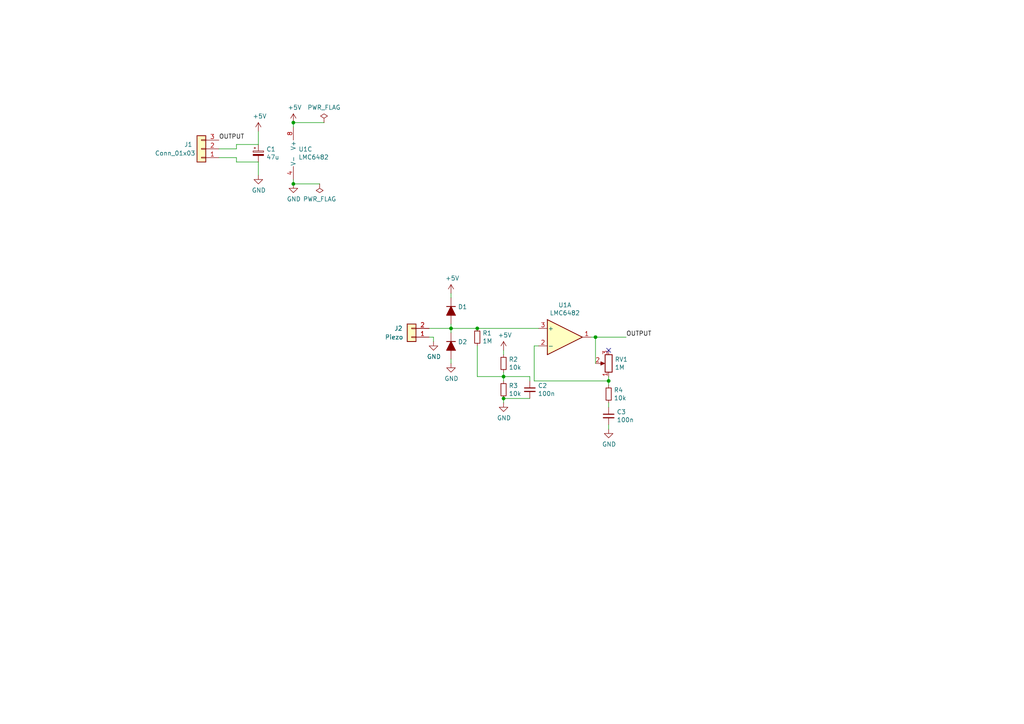
<source format=kicad_sch>
(kicad_sch (version 20231120) (generator "eeschema") (generator_version "8.0")
  (paper "A4")
  (lib_symbols
    (symbol "Amplifier_Operational:LMC6482" (pin_names (offset 0.127))
      (property "Reference" "U" (at 0 5.08 0))
      (property "Value" "LMC6482" (at 0 -5.08 0))
      (symbol "LMC6482_1_1"
        (polyline (pts (xy -5.08 5.08) (xy 5.08 0) (xy -5.08 -5.08) (xy -5.08 5.08)) (stroke (width 0.254)) (fill (type background)))
        (pin output line (at 7.62 0 180) (length 2.54) (name "~") (number "1"))
        (pin input line (at -7.62 -2.54 0) (length 2.54) (name "-") (number "2"))
        (pin input line (at -7.62 2.54 0) (length 2.54) (name "+") (number "3"))
      )
      (symbol "LMC6482_2_1"
        (polyline (pts (xy -5.08 5.08) (xy 5.08 0) (xy -5.08 -5.08) (xy -5.08 5.08)) (stroke (width 0.254)) (fill (type background)))
        (pin input line (at -7.62 2.54 0) (length 2.54) (name "+") (number "5"))
        (pin input line (at -7.62 -2.54 0) (length 2.54) (name "-") (number "6"))
        (pin output line (at 7.62 0 180) (length 2.54) (name "~") (number "7"))
      )
      (symbol "LMC6482_3_1"
        (pin power_in line (at -2.54 -7.62 90) (length 3.81) (name "V-") (number "4"))
        (pin power_in line (at -2.54 7.62 270) (length 3.81) (name "V+") (number "8"))
      )
    )
    (symbol "Connector_Generic:Conn_01x02" (pin_names (offset 1.016) hide)
      (property "Reference" "J" (at 0 2.54 0))
      (property "Value" "Conn_01x02" (at 0 -5.08 0))
      (symbol "Conn_01x02_1_1"
        (rectangle (start -1.27 -2.413) (end 0 -2.667) (stroke (width 0.1524)))
        (rectangle (start -1.27 0.127) (end 0 -0.127) (stroke (width 0.1524)))
        (rectangle (start -1.27 1.27) (end 1.27 -3.81) (stroke (width 0.254)) (fill (type background)))
        (pin passive line (at -5.08 0 0) (length 3.81) (name "Pin_1") (number "1"))
        (pin passive line (at -5.08 -2.54 0) (length 3.81) (name "Pin_2") (number "2"))
      )
    )
    (symbol "Connector_Generic:Conn_01x03" (pin_names (offset 1.016) hide)
      (property "Reference" "J" (at 0 5.08 0))
      (property "Value" "Conn_01x03" (at 0 -5.08 0))
      (symbol "Conn_01x03_1_1"
        (rectangle (start -1.27 -2.413) (end 0 -2.667) (stroke (width 0.1524)))
        (rectangle (start -1.27 0.127) (end 0 -0.127) (stroke (width 0.1524)))
        (rectangle (start -1.27 2.667) (end 0 2.413) (stroke (width 0.1524)))
        (rectangle (start -1.27 3.81) (end 1.27 -3.81) (stroke (width 0.254)) (fill (type background)))
        (pin passive line (at -5.08 2.54 0) (length 3.81) (name "Pin_1") (number "1"))
        (pin passive line (at -5.08 0 0) (length 3.81) (name "Pin_2") (number "2"))
        (pin passive line (at -5.08 -2.54 0) (length 3.81) (name "Pin_3") (number "3"))
      )
    )
    (symbol "Device:C_Polarized_Small" (pin_numbers hide) (pin_names (offset 0.254) hide)
      (property "Reference" "C" (at 0.254 1.778 0))
      (property "Value" "C_Polarized_Small" (at 0.254 -2.032 0))
      (symbol "C_Polarized_Small_0_1"
        (rectangle (start -1.524 -0.3048) (end 1.524 -0.6858) (fill (type outline)))
        (rectangle (start -1.524 0.6858) (end 1.524 0.3048))
        (polyline (pts (xy -1.27 1.524) (xy -0.762 1.524)))
        (polyline (pts (xy -1.016 1.27) (xy -1.016 1.778)))
      )
      (symbol "C_Polarized_Small_1_1"
        (pin passive line (at 0 2.54 270) (length 1.8542) (name "~") (number "1"))
        (pin passive line (at 0 -2.54 90) (length 1.8542) (name "~") (number "2"))
      )
    )
    (symbol "Device:C_Small" (pin_numbers hide) (pin_names (offset 0.254) hide)
      (property "Reference" "C" (at 0.254 1.778 0))
      (property "Value" "C_Small" (at 0.254 -2.032 0))
      (symbol "C_Small_0_1"
        (polyline (pts (xy -1.524 -0.508) (xy 1.524 -0.508)) (stroke (width 0.3302)))
        (polyline (pts (xy -1.524 0.508) (xy 1.524 0.508)) (stroke (width 0.3048)))
      )
      (symbol "C_Small_1_1"
        (pin passive line (at 0 2.54 270) (length 2.032) (name "~") (number "1"))
        (pin passive line (at 0 -2.54 90) (length 2.032) (name "~") (number "2"))
      )
    )
    (symbol "Device:D_Filled" (pin_numbers hide) (pin_names (offset 1.016) hide)
      (property "Reference" "D" (at 0 2.54 0))
      (property "Value" "D_Filled" (at 0 -2.54 0))
      (symbol "D_Filled_0_1"
        (polyline (pts (xy -1.27 1.27) (xy -1.27 -1.27)) (stroke (width 0.254)))
        (polyline (pts (xy 1.27 0) (xy -1.27 0)))
        (polyline (pts (xy 1.27 1.27) (xy 1.27 -1.27) (xy -1.27 0) (xy 1.27 1.27)) (stroke (width 0.254)) (fill (type outline)))
      )
      (symbol "D_Filled_1_1"
        (pin passive line (at -3.81 0 0) (length 2.54) (name "K") (number "1"))
        (pin passive line (at 3.81 0 180) (length 2.54) (name "A") (number "2"))
      )
    )
    (symbol "Device:R_Potentiometer" (pin_names (offset 1.016) hide)
      (property "Reference" "RV" (at -4.445 0 90))
      (property "Value" "R_Potentiometer" (at -2.54 0 90))
      (symbol "R_Potentiometer_0_1"
        (polyline (pts (xy 2.54 0) (xy 1.524 0)))
        (polyline (pts (xy 1.143 0) (xy 2.286 0.508) (xy 2.286 -0.508) (xy 1.143 0)) (fill (type outline)))
        (rectangle (start 1.016 2.54) (end -1.016 -2.54) (stroke (width 0.254)))
      )
      (symbol "R_Potentiometer_1_1"
        (pin passive line (at 0 3.81 270) (length 1.27) (name "1") (number "1"))
        (pin passive line (at 3.81 0 180) (length 1.27) (name "2") (number "2"))
        (pin passive line (at 0 -3.81 90) (length 1.27) (name "3") (number "3"))
      )
    )
    (symbol "Device:R_Small" (pin_numbers hide) (pin_names (offset 0.254) hide)
      (property "Reference" "R" (at 0.762 0.508 0))
      (property "Value" "R_Small" (at 0.762 -1.016 0))
      (symbol "R_Small_0_1"
        (rectangle (start -0.762 1.778) (end 0.762 -1.778) (stroke (width 0.2032)))
      )
      (symbol "R_Small_1_1"
        (pin passive line (at 0 2.54 270) (length 0.762) (name "~") (number "1"))
        (pin passive line (at 0 -2.54 90) (length 0.762) (name "~") (number "2"))
      )
    )
    (symbol "power:+5V" (power) (pin_names (offset 0))
      (property "Value" "+5V" (at 0 3.556 0))
      (symbol "+5V_0_1"
        (polyline (pts (xy -0.762 1.27) (xy 0 2.54)))
        (polyline (pts (xy 0 0) (xy 0 2.54)))
        (polyline (pts (xy 0 2.54) (xy 0.762 1.27)))
      )
      (symbol "+5V_1_1"
        (pin power_in line (at 0 0 90) (length 0) hide (name "+5V") (number "1"))
      )
    )
    (symbol "power:GND" (power) (pin_names (offset 0))
      (property "Value" "GND" (at 0 -3.81 0))
      (symbol "GND_0_1"
        (polyline (pts (xy 0 0) (xy 0 -1.27) (xy 1.27 -1.27) (xy 0 -2.54) (xy -1.27 -1.27) (xy 0 -1.27)))
      )
      (symbol "GND_1_1"
        (pin power_in line (at 0 0 270) (length 0) hide (name "GND") (number "1"))
      )
    )
    (symbol "power:PWR_FLAG" (power) (pin_numbers hide) (pin_names (offset 0) hide)
      (property "Value" "PWR_FLAG" (at 0 3.81 0))
      (symbol "PWR_FLAG_0_0"
        (pin power_out line (at 0 0 90) (length 0) (name "pwr") (number "1"))
      )
      (symbol "PWR_FLAG_0_1"
        (polyline (pts (xy 0 0) (xy 0 1.27) (xy -1.016 1.905) (xy 0 2.54) (xy 1.016 1.905) (xy 0 1.27)))
      )
    )
  )
  (junction (at 176.53 110.49))
  (junction (at 130.81 95.25))
  (junction (at 172.72 97.79))
  (junction (at 138.43 95.25))
  (junction (at 146.05 109.22))
  (junction (at 146.05 115.57))
  (junction (at 85.09 53.34))
  (junction (at 85.09 35.56))
  (no_connect (at 176.53 101.6))
  (wire (pts (xy 146.05 109.22) (xy 146.05 110.49)))
  (wire (pts (xy 130.81 95.25) (xy 130.81 96.52)))
  (wire (pts (xy 63.5 45.72) (xy 68.58 45.72)))
  (wire (pts (xy 125.73 97.79) (xy 125.73 99.06)))
  (wire (pts (xy 68.58 41.91) (xy 74.93 41.91)))
  (wire (pts (xy 85.09 36.83) (xy 85.09 35.56)))
  (wire (pts (xy 171.45 97.79) (xy 172.72 97.79)))
  (wire (pts (xy 146.05 107.95) (xy 146.05 109.22)))
  (wire (pts (xy 146.05 116.84) (xy 146.05 115.57)))
  (wire (pts (xy 85.09 52.07) (xy 85.09 53.34)))
  (wire (pts (xy 176.53 110.49) (xy 176.53 111.76)))
  (wire (pts (xy 138.43 109.22) (xy 146.05 109.22)))
  (wire (pts (xy 92.71 53.34) (xy 85.09 53.34)))
  (wire (pts (xy 138.43 95.25) (xy 130.81 95.25)))
  (wire (pts (xy 93.98 35.56) (xy 85.09 35.56)))
  (wire (pts (xy 130.81 104.14) (xy 130.81 105.41)))
  (wire (pts (xy 68.58 45.72) (xy 68.58 46.99)))
  (wire (pts (xy 156.21 100.33) (xy 154.94 100.33)))
  (wire (pts (xy 146.05 101.6) (xy 146.05 102.87)))
  (wire (pts (xy 176.53 109.22) (xy 176.53 110.49)))
  (wire (pts (xy 153.67 109.22) (xy 153.67 110.49)))
  (wire (pts (xy 146.05 109.22) (xy 153.67 109.22)))
  (wire (pts (xy 146.05 115.57) (xy 153.67 115.57)))
  (wire (pts (xy 74.93 50.8) (xy 74.93 46.99)))
  (wire (pts (xy 176.53 116.84) (xy 176.53 118.11)))
  (wire (pts (xy 138.43 100.33) (xy 138.43 109.22)))
  (wire (pts (xy 130.81 85.09) (xy 130.81 86.36)))
  (wire (pts (xy 172.72 97.79) (xy 172.72 105.41)))
  (wire (pts (xy 154.94 110.49) (xy 176.53 110.49)))
  (wire (pts (xy 68.58 43.18) (xy 68.58 41.91)))
  (wire (pts (xy 63.5 43.18) (xy 68.58 43.18)))
  (wire (pts (xy 130.81 93.98) (xy 130.81 95.25)))
  (wire (pts (xy 124.46 95.25) (xy 130.81 95.25)))
  (wire (pts (xy 124.46 97.79) (xy 125.73 97.79)))
  (wire (pts (xy 154.94 100.33) (xy 154.94 110.49)))
  (wire (pts (xy 138.43 95.25) (xy 156.21 95.25)))
  (wire (pts (xy 68.58 46.99) (xy 74.93 46.99)))
  (wire (pts (xy 176.53 123.19) (xy 176.53 124.46)))
  (wire (pts (xy 74.93 38.1) (xy 74.93 41.91)))
  (wire (pts (xy 172.72 97.79) (xy 181.61 97.79)))
  (label "OUTPUT" (at 63.5 40.64 0))
  (label "OUTPUT" (at 181.61 97.79 0))
  (symbol (lib_id "Amplifier_Operational:LMC6482") (at 163.83 97.79 0) (unit 1)
    (property "Reference" "U1" (at 163.83 88.4682 0))
    (property "Value" "LMC6482" (at 163.83 90.7796 0))
    (property "Footprint" "Package_DIP:SMDIP-8_W9.53mm" (effects (hide yes)))
    (property "Datasheet" "http://www.ti.com/lit/ds/symlink/lmc6482.pdf" (effects (hide yes)))
  )
  (symbol (lib_id "Amplifier_Operational:LMC6482") (at 87.63 44.45 0) (unit 3)
    (property "Reference" "U1" (at 86.5632 43.2816 0) (effects (justify left)))
    (property "Value" "LMC6482" (at 86.5632 45.593 0) (effects (justify left)))
    (property "Footprint" "Package_DIP:SMDIP-8_W9.53mm" (effects (hide yes)))
    (property "Datasheet" "http://www.ti.com/lit/ds/symlink/lmc6482.pdf" (effects (hide yes)))
  )
  (symbol (lib_id "Connector_Generic:Conn_01x03") (at 58.42 43.18 180) (unit 1)
    (property "Reference" "J1" (at 54.61 41.91 0))
    (property "Value" "Conn_01x03" (at 50.8 44.45 0))
    (property "Footprint" "Connector_PinHeader_2.54mm:PinHeader_1x03_P2.54mm_Vertical" (effects (hide yes)))
  )
  (symbol (lib_id "power:+5V") (at 74.93 38.1 0) (unit 1)
    (property "Reference" "#PWR0101" (effects (hide yes)))
    (property "Value" "+5V" (at 75.311 33.7058 0))
  )
  (symbol (lib_id "Device:C_Polarized_Small") (at 74.93 44.45 0) (unit 1)
    (property "Reference" "C1" (at 77.2414 43.2816 0) (effects (justify left)))
    (property "Value" "47u" (at 77.2414 45.593 0) (effects (justify left)))
    (property "Footprint" "Capacitor_SMD:CP_Elec_6.3x5.4" (effects (hide yes)))
  )
  (symbol (lib_id "power:GND") (at 74.93 50.8 0) (unit 1)
    (property "Reference" "#PWR0102" (effects (hide yes)))
    (property "Value" "GND" (at 75.057 55.1942 0))
  )
  (symbol (lib_id "power:+5V") (at 85.09 35.56 0) (unit 1)
    (property "Reference" "#PWR0103" (effects (hide yes)))
    (property "Value" "+5V" (at 85.471 31.1658 0))
  )
  (symbol (lib_id "power:GND") (at 85.09 53.34 0) (unit 1)
    (property "Reference" "#PWR0104" (effects (hide yes)))
    (property "Value" "GND" (at 85.217 57.7342 0))
  )
  (symbol (lib_id "Connector_Generic:Conn_01x02") (at 119.38 97.79 180) (unit 1)
    (property "Reference" "J2" (at 115.57 95.25 0))
    (property "Value" "Piezo" (at 114.3 97.79 0))
    (property "Footprint" "Connector_PinHeader_2.54mm:PinHeader_1x02_P2.54mm_Vertical" (effects (hide yes)))
  )
  (symbol (lib_id "Device:R_Small") (at 138.43 97.79 180) (unit 1)
    (property "Reference" "R1" (at 139.9286 96.6216 0) (effects (justify right)))
    (property "Value" "1M" (at 139.9286 98.933 0) (effects (justify right)))
    (property "Footprint" "Resistor_SMD:R_0603_1608Metric" (effects (hide yes)))
  )
  (symbol (lib_id "Device:R_Small") (at 146.05 105.41 180) (unit 1)
    (property "Reference" "R2" (at 147.5486 104.2416 0) (effects (justify right)))
    (property "Value" "10k" (at 147.5486 106.553 0) (effects (justify right)))
    (property "Footprint" "Resistor_SMD:R_0603_1608Metric" (effects (hide yes)))
  )
  (symbol (lib_id "Device:R_Small") (at 146.05 113.03 180) (unit 1)
    (property "Reference" "R3" (at 147.5486 111.8616 0) (effects (justify right)))
    (property "Value" "10k" (at 147.5486 114.173 0) (effects (justify right)))
    (property "Footprint" "Resistor_SMD:R_0603_1608Metric" (effects (hide yes)))
  )
  (symbol (lib_id "Device:C_Small") (at 153.67 113.03 0) (unit 1)
    (property "Reference" "C2" (at 156.0068 111.8616 0) (effects (justify left)))
    (property "Value" "100n" (at 156.0068 114.173 0) (effects (justify left)))
    (property "Footprint" "Capacitor_SMD:C_0805_2012Metric_Pad1.15x1.40mm_HandSolder" (effects (hide yes)))
  )
  (symbol (lib_id "power:+5V") (at 146.05 101.6 0) (unit 1)
    (property "Reference" "#PWR0105" (effects (hide yes)))
    (property "Value" "+5V" (at 146.431 97.2058 0))
  )
  (symbol (lib_id "power:GND") (at 146.05 116.84 0) (unit 1)
    (property "Reference" "#PWR0106" (effects (hide yes)))
    (property "Value" "GND" (at 146.177 121.2342 0))
  )
  (symbol (lib_id "power:GND") (at 125.73 99.06 0) (unit 1)
    (property "Reference" "#PWR0107" (effects (hide yes)))
    (property "Value" "GND" (at 125.857 103.4542 0))
  )
  (symbol (lib_id "Device:D_Filled") (at 130.81 100.33 270) (unit 1)
    (property "Reference" "D2" (at 132.8166 99.1616 90) (effects (justify left)))
    (property "Value" " " (at 132.8166 101.473 90) (effects (justify left)))
    (property "Footprint" "Diode_SMD:D_MiniMELF" (effects (hide yes)))
  )
  (symbol (lib_id "Device:D_Filled") (at 130.81 90.17 270) (unit 1)
    (property "Reference" "D1" (at 132.8166 89.0016 90) (effects (justify left)))
    (property "Value" " " (at 132.8166 91.313 90) (effects (justify left)))
    (property "Footprint" "Diode_SMD:D_MiniMELF" (effects (hide yes)))
  )
  (symbol (lib_id "power:+5V") (at 130.81 85.09 0) (unit 1)
    (property "Reference" "#PWR0108" (effects (hide yes)))
    (property "Value" "+5V" (at 131.191 80.6958 0))
  )
  (symbol (lib_id "power:GND") (at 130.81 105.41 0) (unit 1)
    (property "Reference" "#PWR0109" (effects (hide yes)))
    (property "Value" "GND" (at 130.937 109.8042 0))
  )
  (symbol (lib_id "Device:R_Potentiometer") (at 176.53 105.41 180) (unit 1)
    (property "Reference" "RV1" (at 178.308 104.2416 0) (effects (justify right)))
    (property "Value" "1M" (at 178.308 106.553 0) (effects (justify right)))
    (property "Footprint" "Potentiometer_THT:Potentiometer_Runtron_RM-065_Vertical" (effects (hide yes)))
  )
  (symbol (lib_id "Device:R_Small") (at 176.53 114.3 180) (unit 1)
    (property "Reference" "R4" (at 178.0286 113.1316 0) (effects (justify right)))
    (property "Value" "10k" (at 178.0286 115.443 0) (effects (justify right)))
    (property "Footprint" "Resistor_SMD:R_0603_1608Metric" (effects (hide yes)))
  )
  (symbol (lib_id "Device:C_Small") (at 176.53 120.65 0) (unit 1)
    (property "Reference" "C3" (at 178.8668 119.4816 0) (effects (justify left)))
    (property "Value" "100n" (at 178.8668 121.793 0) (effects (justify left)))
    (property "Footprint" "Capacitor_SMD:C_0805_2012Metric_Pad1.15x1.40mm_HandSolder" (effects (hide yes)))
  )
  (symbol (lib_id "power:GND") (at 176.53 124.46 0) (unit 1)
    (property "Reference" "#PWR0110" (effects (hide yes)))
    (property "Value" "GND" (at 176.657 128.8542 0))
  )
  (symbol (lib_id "power:PWR_FLAG") (at 93.98 35.56 0) (unit 1)
    (property "Reference" "#FLG0101" (effects (hide yes)))
    (property "Value" "PWR_FLAG" (at 93.98 31.1658 0))
  )
  (symbol (lib_id "power:PWR_FLAG") (at 92.71 53.34 180) (unit 1)
    (property "Reference" "#FLG0102" (effects (hide yes)))
    (property "Value" "PWR_FLAG" (at 92.71 57.7342 0))
  )
)
</source>
